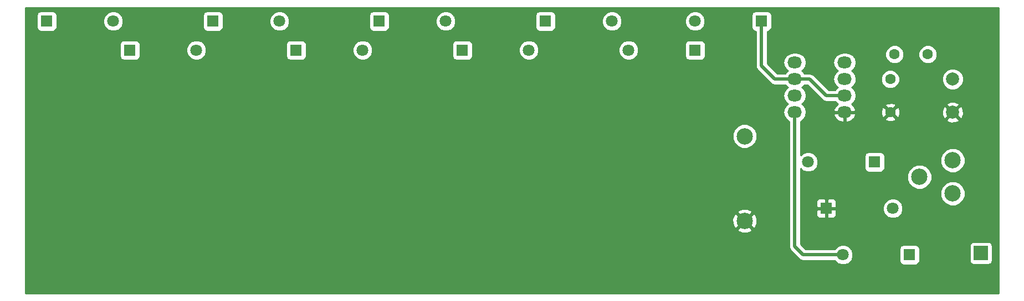
<source format=gbl>
G04 #@! TF.FileFunction,Copper,L2,Bot,Signal*
%FSLAX46Y46*%
G04 Gerber Fmt 4.6, Leading zero omitted, Abs format (unit mm)*
G04 Created by KiCad (PCBNEW 4.0.1-stable) date 2016/10/28 19:38:33*
%MOMM*%
G01*
G04 APERTURE LIST*
%ADD10C,0.100000*%
%ADD11C,2.500000*%
%ADD12O,2.200000X1.800000*%
%ADD13C,1.600000*%
%ADD14C,1.800000*%
%ADD15R,1.800000X1.800000*%
%ADD16C,2.000000*%
%ADD17R,2.200000X2.200000*%
%ADD18C,0.500000*%
%ADD19C,0.254000*%
G04 APERTURE END LIST*
D10*
D11*
X182755000Y-107630000D03*
X182755000Y-94630000D03*
D12*
X198030000Y-88430000D03*
X198030000Y-90970000D03*
X198030000Y-85890000D03*
X198030000Y-83350000D03*
X190410000Y-83350000D03*
X190410000Y-85890000D03*
X190410000Y-88430000D03*
X190410000Y-90970000D03*
D13*
X205015000Y-85890000D03*
X205015000Y-90970000D03*
X205650000Y-82080000D03*
X210730000Y-82080000D03*
D14*
X197776000Y-112814000D03*
D15*
X207936000Y-112814000D03*
D14*
X205396000Y-105702000D03*
D15*
X195236000Y-105702000D03*
D14*
X192442000Y-98590000D03*
D15*
X202602000Y-98590000D03*
D14*
X165010000Y-81445000D03*
D15*
X175170000Y-81445000D03*
D14*
X175170000Y-77000000D03*
D15*
X185330000Y-77000000D03*
D14*
X162470000Y-77000000D03*
D15*
X152310000Y-77000000D03*
D14*
X149770000Y-81445000D03*
D15*
X139610000Y-81445000D03*
D14*
X137070000Y-77000000D03*
D15*
X126910000Y-77000000D03*
D14*
X124370000Y-81445000D03*
D15*
X114210000Y-81445000D03*
D14*
X111670000Y-77000000D03*
D15*
X101510000Y-77000000D03*
D14*
X98970000Y-81445000D03*
D15*
X88810000Y-81445000D03*
D14*
X86270000Y-77000000D03*
D15*
X76110000Y-77000000D03*
D11*
X209460000Y-100876000D03*
X214540000Y-98336000D03*
X214540000Y-103416000D03*
D16*
X214540000Y-85890000D03*
X214540000Y-90970000D03*
D17*
X218858000Y-112560000D03*
D18*
X190410000Y-90970000D02*
X190410000Y-111544000D01*
X191680000Y-112814000D02*
X197776000Y-112814000D01*
X190410000Y-111544000D02*
X191680000Y-112814000D01*
X190410000Y-85890000D02*
X192696000Y-85890000D01*
X195236000Y-88430000D02*
X198030000Y-88430000D01*
X192696000Y-85890000D02*
X195236000Y-88430000D01*
X185330000Y-77000000D02*
X185330000Y-83858000D01*
X187362000Y-85890000D02*
X190410000Y-85890000D01*
X185330000Y-83858000D02*
X187362000Y-85890000D01*
D19*
G36*
X221573000Y-118673000D02*
X72827000Y-118673000D01*
X72827000Y-108963320D01*
X181601285Y-108963320D01*
X181730533Y-109256123D01*
X182430806Y-109524388D01*
X183180435Y-109504250D01*
X183779467Y-109256123D01*
X183908715Y-108963320D01*
X182755000Y-107809605D01*
X181601285Y-108963320D01*
X72827000Y-108963320D01*
X72827000Y-107305806D01*
X180860612Y-107305806D01*
X180880750Y-108055435D01*
X181128877Y-108654467D01*
X181421680Y-108783715D01*
X182575395Y-107630000D01*
X182934605Y-107630000D01*
X184088320Y-108783715D01*
X184381123Y-108654467D01*
X184649388Y-107954194D01*
X184629250Y-107204565D01*
X184381123Y-106605533D01*
X184088320Y-106476285D01*
X182934605Y-107630000D01*
X182575395Y-107630000D01*
X181421680Y-106476285D01*
X181128877Y-106605533D01*
X180860612Y-107305806D01*
X72827000Y-107305806D01*
X72827000Y-106296680D01*
X181601285Y-106296680D01*
X182755000Y-107450395D01*
X183908715Y-106296680D01*
X183779467Y-106003877D01*
X183079194Y-105735612D01*
X182329565Y-105755750D01*
X181730533Y-106003877D01*
X181601285Y-106296680D01*
X72827000Y-106296680D01*
X72827000Y-95003305D01*
X180869674Y-95003305D01*
X181156043Y-95696372D01*
X181685839Y-96227093D01*
X182378405Y-96514672D01*
X183128305Y-96515326D01*
X183821372Y-96228957D01*
X184352093Y-95699161D01*
X184639672Y-95006595D01*
X184640326Y-94256695D01*
X184353957Y-93563628D01*
X183824161Y-93032907D01*
X183131595Y-92745328D01*
X182381695Y-92744674D01*
X181688628Y-93031043D01*
X181157907Y-93560839D01*
X180870328Y-94253405D01*
X180869674Y-95003305D01*
X72827000Y-95003305D01*
X72827000Y-80545000D01*
X87262560Y-80545000D01*
X87262560Y-82345000D01*
X87306838Y-82580317D01*
X87445910Y-82796441D01*
X87658110Y-82941431D01*
X87910000Y-82992440D01*
X89710000Y-82992440D01*
X89945317Y-82948162D01*
X90161441Y-82809090D01*
X90306431Y-82596890D01*
X90357440Y-82345000D01*
X90357440Y-81748991D01*
X97434735Y-81748991D01*
X97667932Y-82313371D01*
X98099357Y-82745551D01*
X98663330Y-82979733D01*
X99273991Y-82980265D01*
X99838371Y-82747068D01*
X100270551Y-82315643D01*
X100504733Y-81751670D01*
X100505265Y-81141009D01*
X100272068Y-80576629D01*
X100240495Y-80545000D01*
X112662560Y-80545000D01*
X112662560Y-82345000D01*
X112706838Y-82580317D01*
X112845910Y-82796441D01*
X113058110Y-82941431D01*
X113310000Y-82992440D01*
X115110000Y-82992440D01*
X115345317Y-82948162D01*
X115561441Y-82809090D01*
X115706431Y-82596890D01*
X115757440Y-82345000D01*
X115757440Y-81748991D01*
X122834735Y-81748991D01*
X123067932Y-82313371D01*
X123499357Y-82745551D01*
X124063330Y-82979733D01*
X124673991Y-82980265D01*
X125238371Y-82747068D01*
X125670551Y-82315643D01*
X125904733Y-81751670D01*
X125905265Y-81141009D01*
X125672068Y-80576629D01*
X125640495Y-80545000D01*
X138062560Y-80545000D01*
X138062560Y-82345000D01*
X138106838Y-82580317D01*
X138245910Y-82796441D01*
X138458110Y-82941431D01*
X138710000Y-82992440D01*
X140510000Y-82992440D01*
X140745317Y-82948162D01*
X140961441Y-82809090D01*
X141106431Y-82596890D01*
X141157440Y-82345000D01*
X141157440Y-81748991D01*
X148234735Y-81748991D01*
X148467932Y-82313371D01*
X148899357Y-82745551D01*
X149463330Y-82979733D01*
X150073991Y-82980265D01*
X150638371Y-82747068D01*
X151070551Y-82315643D01*
X151304733Y-81751670D01*
X151304735Y-81748991D01*
X163474735Y-81748991D01*
X163707932Y-82313371D01*
X164139357Y-82745551D01*
X164703330Y-82979733D01*
X165313991Y-82980265D01*
X165878371Y-82747068D01*
X166310551Y-82315643D01*
X166544733Y-81751670D01*
X166545265Y-81141009D01*
X166312068Y-80576629D01*
X166280495Y-80545000D01*
X173622560Y-80545000D01*
X173622560Y-82345000D01*
X173666838Y-82580317D01*
X173805910Y-82796441D01*
X174018110Y-82941431D01*
X174270000Y-82992440D01*
X176070000Y-82992440D01*
X176305317Y-82948162D01*
X176521441Y-82809090D01*
X176666431Y-82596890D01*
X176717440Y-82345000D01*
X176717440Y-80545000D01*
X176673162Y-80309683D01*
X176534090Y-80093559D01*
X176321890Y-79948569D01*
X176070000Y-79897560D01*
X174270000Y-79897560D01*
X174034683Y-79941838D01*
X173818559Y-80080910D01*
X173673569Y-80293110D01*
X173622560Y-80545000D01*
X166280495Y-80545000D01*
X165880643Y-80144449D01*
X165316670Y-79910267D01*
X164706009Y-79909735D01*
X164141629Y-80142932D01*
X163709449Y-80574357D01*
X163475267Y-81138330D01*
X163474735Y-81748991D01*
X151304735Y-81748991D01*
X151305265Y-81141009D01*
X151072068Y-80576629D01*
X150640643Y-80144449D01*
X150076670Y-79910267D01*
X149466009Y-79909735D01*
X148901629Y-80142932D01*
X148469449Y-80574357D01*
X148235267Y-81138330D01*
X148234735Y-81748991D01*
X141157440Y-81748991D01*
X141157440Y-80545000D01*
X141113162Y-80309683D01*
X140974090Y-80093559D01*
X140761890Y-79948569D01*
X140510000Y-79897560D01*
X138710000Y-79897560D01*
X138474683Y-79941838D01*
X138258559Y-80080910D01*
X138113569Y-80293110D01*
X138062560Y-80545000D01*
X125640495Y-80545000D01*
X125240643Y-80144449D01*
X124676670Y-79910267D01*
X124066009Y-79909735D01*
X123501629Y-80142932D01*
X123069449Y-80574357D01*
X122835267Y-81138330D01*
X122834735Y-81748991D01*
X115757440Y-81748991D01*
X115757440Y-80545000D01*
X115713162Y-80309683D01*
X115574090Y-80093559D01*
X115361890Y-79948569D01*
X115110000Y-79897560D01*
X113310000Y-79897560D01*
X113074683Y-79941838D01*
X112858559Y-80080910D01*
X112713569Y-80293110D01*
X112662560Y-80545000D01*
X100240495Y-80545000D01*
X99840643Y-80144449D01*
X99276670Y-79910267D01*
X98666009Y-79909735D01*
X98101629Y-80142932D01*
X97669449Y-80574357D01*
X97435267Y-81138330D01*
X97434735Y-81748991D01*
X90357440Y-81748991D01*
X90357440Y-80545000D01*
X90313162Y-80309683D01*
X90174090Y-80093559D01*
X89961890Y-79948569D01*
X89710000Y-79897560D01*
X87910000Y-79897560D01*
X87674683Y-79941838D01*
X87458559Y-80080910D01*
X87313569Y-80293110D01*
X87262560Y-80545000D01*
X72827000Y-80545000D01*
X72827000Y-76100000D01*
X74562560Y-76100000D01*
X74562560Y-77900000D01*
X74606838Y-78135317D01*
X74745910Y-78351441D01*
X74958110Y-78496431D01*
X75210000Y-78547440D01*
X77010000Y-78547440D01*
X77245317Y-78503162D01*
X77461441Y-78364090D01*
X77606431Y-78151890D01*
X77657440Y-77900000D01*
X77657440Y-77303991D01*
X84734735Y-77303991D01*
X84967932Y-77868371D01*
X85399357Y-78300551D01*
X85963330Y-78534733D01*
X86573991Y-78535265D01*
X87138371Y-78302068D01*
X87570551Y-77870643D01*
X87804733Y-77306670D01*
X87805265Y-76696009D01*
X87572068Y-76131629D01*
X87540495Y-76100000D01*
X99962560Y-76100000D01*
X99962560Y-77900000D01*
X100006838Y-78135317D01*
X100145910Y-78351441D01*
X100358110Y-78496431D01*
X100610000Y-78547440D01*
X102410000Y-78547440D01*
X102645317Y-78503162D01*
X102861441Y-78364090D01*
X103006431Y-78151890D01*
X103057440Y-77900000D01*
X103057440Y-77303991D01*
X110134735Y-77303991D01*
X110367932Y-77868371D01*
X110799357Y-78300551D01*
X111363330Y-78534733D01*
X111973991Y-78535265D01*
X112538371Y-78302068D01*
X112970551Y-77870643D01*
X113204733Y-77306670D01*
X113205265Y-76696009D01*
X112972068Y-76131629D01*
X112940495Y-76100000D01*
X125362560Y-76100000D01*
X125362560Y-77900000D01*
X125406838Y-78135317D01*
X125545910Y-78351441D01*
X125758110Y-78496431D01*
X126010000Y-78547440D01*
X127810000Y-78547440D01*
X128045317Y-78503162D01*
X128261441Y-78364090D01*
X128406431Y-78151890D01*
X128457440Y-77900000D01*
X128457440Y-77303991D01*
X135534735Y-77303991D01*
X135767932Y-77868371D01*
X136199357Y-78300551D01*
X136763330Y-78534733D01*
X137373991Y-78535265D01*
X137938371Y-78302068D01*
X138370551Y-77870643D01*
X138604733Y-77306670D01*
X138605265Y-76696009D01*
X138372068Y-76131629D01*
X138340495Y-76100000D01*
X150762560Y-76100000D01*
X150762560Y-77900000D01*
X150806838Y-78135317D01*
X150945910Y-78351441D01*
X151158110Y-78496431D01*
X151410000Y-78547440D01*
X153210000Y-78547440D01*
X153445317Y-78503162D01*
X153661441Y-78364090D01*
X153806431Y-78151890D01*
X153857440Y-77900000D01*
X153857440Y-77303991D01*
X160934735Y-77303991D01*
X161167932Y-77868371D01*
X161599357Y-78300551D01*
X162163330Y-78534733D01*
X162773991Y-78535265D01*
X163338371Y-78302068D01*
X163770551Y-77870643D01*
X164004733Y-77306670D01*
X164004735Y-77303991D01*
X173634735Y-77303991D01*
X173867932Y-77868371D01*
X174299357Y-78300551D01*
X174863330Y-78534733D01*
X175473991Y-78535265D01*
X176038371Y-78302068D01*
X176470551Y-77870643D01*
X176704733Y-77306670D01*
X176705265Y-76696009D01*
X176472068Y-76131629D01*
X176440495Y-76100000D01*
X183782560Y-76100000D01*
X183782560Y-77900000D01*
X183826838Y-78135317D01*
X183965910Y-78351441D01*
X184178110Y-78496431D01*
X184430000Y-78547440D01*
X184445000Y-78547440D01*
X184445000Y-83857995D01*
X184444999Y-83858000D01*
X184501190Y-84140484D01*
X184512367Y-84196675D01*
X184618156Y-84355000D01*
X184704210Y-84483790D01*
X186736208Y-86515787D01*
X186736210Y-86515790D01*
X187023325Y-86707633D01*
X187079516Y-86718810D01*
X187362000Y-86775001D01*
X187362005Y-86775000D01*
X188956691Y-86775000D01*
X189090600Y-86975409D01*
X189366860Y-87160000D01*
X189090600Y-87344591D01*
X188757854Y-87842581D01*
X188641009Y-88430000D01*
X188757854Y-89017419D01*
X189090600Y-89515409D01*
X189366860Y-89700000D01*
X189090600Y-89884591D01*
X188757854Y-90382581D01*
X188641009Y-90970000D01*
X188757854Y-91557419D01*
X189090600Y-92055409D01*
X189525000Y-92345666D01*
X189525000Y-111543995D01*
X189524999Y-111544000D01*
X189551790Y-111678683D01*
X189592367Y-111882675D01*
X189784210Y-112169790D01*
X191054208Y-113439787D01*
X191054210Y-113439790D01*
X191341325Y-113631633D01*
X191680000Y-113699001D01*
X191680005Y-113699000D01*
X196490532Y-113699000D01*
X196905357Y-114114551D01*
X197469330Y-114348733D01*
X198079991Y-114349265D01*
X198644371Y-114116068D01*
X199076551Y-113684643D01*
X199310733Y-113120670D01*
X199311265Y-112510009D01*
X199078068Y-111945629D01*
X199046495Y-111914000D01*
X206388560Y-111914000D01*
X206388560Y-113714000D01*
X206432838Y-113949317D01*
X206571910Y-114165441D01*
X206784110Y-114310431D01*
X207036000Y-114361440D01*
X208836000Y-114361440D01*
X209071317Y-114317162D01*
X209287441Y-114178090D01*
X209432431Y-113965890D01*
X209483440Y-113714000D01*
X209483440Y-111914000D01*
X209439162Y-111678683D01*
X209300090Y-111462559D01*
X209296345Y-111460000D01*
X217110560Y-111460000D01*
X217110560Y-113660000D01*
X217154838Y-113895317D01*
X217293910Y-114111441D01*
X217506110Y-114256431D01*
X217758000Y-114307440D01*
X219958000Y-114307440D01*
X220193317Y-114263162D01*
X220409441Y-114124090D01*
X220554431Y-113911890D01*
X220605440Y-113660000D01*
X220605440Y-111460000D01*
X220561162Y-111224683D01*
X220422090Y-111008559D01*
X220209890Y-110863569D01*
X219958000Y-110812560D01*
X217758000Y-110812560D01*
X217522683Y-110856838D01*
X217306559Y-110995910D01*
X217161569Y-111208110D01*
X217110560Y-111460000D01*
X209296345Y-111460000D01*
X209087890Y-111317569D01*
X208836000Y-111266560D01*
X207036000Y-111266560D01*
X206800683Y-111310838D01*
X206584559Y-111449910D01*
X206439569Y-111662110D01*
X206388560Y-111914000D01*
X199046495Y-111914000D01*
X198646643Y-111513449D01*
X198082670Y-111279267D01*
X197472009Y-111278735D01*
X196907629Y-111511932D01*
X196489831Y-111929000D01*
X192046579Y-111929000D01*
X191295000Y-111177420D01*
X191295000Y-105987750D01*
X193701000Y-105987750D01*
X193701000Y-106728310D01*
X193797673Y-106961699D01*
X193976302Y-107140327D01*
X194209691Y-107237000D01*
X194950250Y-107237000D01*
X195109000Y-107078250D01*
X195109000Y-105829000D01*
X195363000Y-105829000D01*
X195363000Y-107078250D01*
X195521750Y-107237000D01*
X196262309Y-107237000D01*
X196495698Y-107140327D01*
X196674327Y-106961699D01*
X196771000Y-106728310D01*
X196771000Y-106005991D01*
X203860735Y-106005991D01*
X204093932Y-106570371D01*
X204525357Y-107002551D01*
X205089330Y-107236733D01*
X205699991Y-107237265D01*
X206264371Y-107004068D01*
X206696551Y-106572643D01*
X206930733Y-106008670D01*
X206931265Y-105398009D01*
X206698068Y-104833629D01*
X206266643Y-104401449D01*
X205702670Y-104167267D01*
X205092009Y-104166735D01*
X204527629Y-104399932D01*
X204095449Y-104831357D01*
X203861267Y-105395330D01*
X203860735Y-106005991D01*
X196771000Y-106005991D01*
X196771000Y-105987750D01*
X196612250Y-105829000D01*
X195363000Y-105829000D01*
X195109000Y-105829000D01*
X193859750Y-105829000D01*
X193701000Y-105987750D01*
X191295000Y-105987750D01*
X191295000Y-104675690D01*
X193701000Y-104675690D01*
X193701000Y-105416250D01*
X193859750Y-105575000D01*
X195109000Y-105575000D01*
X195109000Y-104325750D01*
X195363000Y-104325750D01*
X195363000Y-105575000D01*
X196612250Y-105575000D01*
X196771000Y-105416250D01*
X196771000Y-104675690D01*
X196674327Y-104442301D01*
X196495698Y-104263673D01*
X196262309Y-104167000D01*
X195521750Y-104167000D01*
X195363000Y-104325750D01*
X195109000Y-104325750D01*
X194950250Y-104167000D01*
X194209691Y-104167000D01*
X193976302Y-104263673D01*
X193797673Y-104442301D01*
X193701000Y-104675690D01*
X191295000Y-104675690D01*
X191295000Y-103789305D01*
X212654674Y-103789305D01*
X212941043Y-104482372D01*
X213470839Y-105013093D01*
X214163405Y-105300672D01*
X214913305Y-105301326D01*
X215606372Y-105014957D01*
X216137093Y-104485161D01*
X216424672Y-103792595D01*
X216425326Y-103042695D01*
X216138957Y-102349628D01*
X215609161Y-101818907D01*
X214916595Y-101531328D01*
X214166695Y-101530674D01*
X213473628Y-101817043D01*
X212942907Y-102346839D01*
X212655328Y-103039405D01*
X212654674Y-103789305D01*
X191295000Y-103789305D01*
X191295000Y-101249305D01*
X207574674Y-101249305D01*
X207861043Y-101942372D01*
X208390839Y-102473093D01*
X209083405Y-102760672D01*
X209833305Y-102761326D01*
X210526372Y-102474957D01*
X211057093Y-101945161D01*
X211344672Y-101252595D01*
X211345326Y-100502695D01*
X211058957Y-99809628D01*
X210529161Y-99278907D01*
X209836595Y-98991328D01*
X209086695Y-98990674D01*
X208393628Y-99277043D01*
X207862907Y-99806839D01*
X207575328Y-100499405D01*
X207574674Y-101249305D01*
X191295000Y-101249305D01*
X191295000Y-99613710D01*
X191571357Y-99890551D01*
X192135330Y-100124733D01*
X192745991Y-100125265D01*
X193310371Y-99892068D01*
X193742551Y-99460643D01*
X193976733Y-98896670D01*
X193977265Y-98286009D01*
X193744068Y-97721629D01*
X193712495Y-97690000D01*
X201054560Y-97690000D01*
X201054560Y-99490000D01*
X201098838Y-99725317D01*
X201237910Y-99941441D01*
X201450110Y-100086431D01*
X201702000Y-100137440D01*
X203502000Y-100137440D01*
X203737317Y-100093162D01*
X203953441Y-99954090D01*
X204098431Y-99741890D01*
X204149440Y-99490000D01*
X204149440Y-98709305D01*
X212654674Y-98709305D01*
X212941043Y-99402372D01*
X213470839Y-99933093D01*
X214163405Y-100220672D01*
X214913305Y-100221326D01*
X215606372Y-99934957D01*
X216137093Y-99405161D01*
X216424672Y-98712595D01*
X216425326Y-97962695D01*
X216138957Y-97269628D01*
X215609161Y-96738907D01*
X214916595Y-96451328D01*
X214166695Y-96450674D01*
X213473628Y-96737043D01*
X212942907Y-97266839D01*
X212655328Y-97959405D01*
X212654674Y-98709305D01*
X204149440Y-98709305D01*
X204149440Y-97690000D01*
X204105162Y-97454683D01*
X203966090Y-97238559D01*
X203753890Y-97093569D01*
X203502000Y-97042560D01*
X201702000Y-97042560D01*
X201466683Y-97086838D01*
X201250559Y-97225910D01*
X201105569Y-97438110D01*
X201054560Y-97690000D01*
X193712495Y-97690000D01*
X193312643Y-97289449D01*
X192748670Y-97055267D01*
X192138009Y-97054735D01*
X191573629Y-97287932D01*
X191295000Y-97566074D01*
X191295000Y-92345666D01*
X191729400Y-92055409D01*
X192062146Y-91557419D01*
X192106439Y-91334740D01*
X196338964Y-91334740D01*
X196351525Y-91400025D01*
X196628631Y-91933079D01*
X197088634Y-92319513D01*
X197661503Y-92500496D01*
X197903000Y-92349262D01*
X197903000Y-91097000D01*
X198157000Y-91097000D01*
X198157000Y-92349262D01*
X198398497Y-92500496D01*
X198971366Y-92319513D01*
X199378199Y-91977745D01*
X204186861Y-91977745D01*
X204260995Y-92223864D01*
X204798223Y-92416965D01*
X205368454Y-92389778D01*
X205769005Y-92223864D01*
X205799527Y-92122532D01*
X213567073Y-92122532D01*
X213665736Y-92389387D01*
X214275461Y-92615908D01*
X214925460Y-92591856D01*
X215414264Y-92389387D01*
X215512927Y-92122532D01*
X214540000Y-91149605D01*
X213567073Y-92122532D01*
X205799527Y-92122532D01*
X205843139Y-91977745D01*
X205015000Y-91149605D01*
X204186861Y-91977745D01*
X199378199Y-91977745D01*
X199431369Y-91933079D01*
X199708475Y-91400025D01*
X199721036Y-91334740D01*
X199600378Y-91097000D01*
X198157000Y-91097000D01*
X197903000Y-91097000D01*
X196459622Y-91097000D01*
X196338964Y-91334740D01*
X192106439Y-91334740D01*
X192178991Y-90970000D01*
X192062146Y-90382581D01*
X191729400Y-89884591D01*
X191453140Y-89700000D01*
X191729400Y-89515409D01*
X192062146Y-89017419D01*
X192178991Y-88430000D01*
X192062146Y-87842581D01*
X191729400Y-87344591D01*
X191453140Y-87160000D01*
X191729400Y-86975409D01*
X191863309Y-86775000D01*
X192329420Y-86775000D01*
X194610208Y-89055787D01*
X194610210Y-89055790D01*
X194897325Y-89247633D01*
X195236000Y-89315000D01*
X196576691Y-89315000D01*
X196710600Y-89515409D01*
X196990828Y-89702651D01*
X196628631Y-90006921D01*
X196351525Y-90539975D01*
X196338964Y-90605260D01*
X196459622Y-90843000D01*
X197903000Y-90843000D01*
X197903000Y-90823000D01*
X198157000Y-90823000D01*
X198157000Y-90843000D01*
X199600378Y-90843000D01*
X199645941Y-90753223D01*
X203568035Y-90753223D01*
X203595222Y-91323454D01*
X203761136Y-91724005D01*
X204007255Y-91798139D01*
X204835395Y-90970000D01*
X205194605Y-90970000D01*
X206022745Y-91798139D01*
X206268864Y-91724005D01*
X206461965Y-91186777D01*
X206439018Y-90705461D01*
X212894092Y-90705461D01*
X212918144Y-91355460D01*
X213120613Y-91844264D01*
X213387468Y-91942927D01*
X214360395Y-90970000D01*
X214719605Y-90970000D01*
X215692532Y-91942927D01*
X215959387Y-91844264D01*
X216185908Y-91234539D01*
X216161856Y-90584540D01*
X215959387Y-90095736D01*
X215692532Y-89997073D01*
X214719605Y-90970000D01*
X214360395Y-90970000D01*
X213387468Y-89997073D01*
X213120613Y-90095736D01*
X212894092Y-90705461D01*
X206439018Y-90705461D01*
X206434778Y-90616546D01*
X206268864Y-90215995D01*
X206022745Y-90141861D01*
X205194605Y-90970000D01*
X204835395Y-90970000D01*
X204007255Y-90141861D01*
X203761136Y-90215995D01*
X203568035Y-90753223D01*
X199645941Y-90753223D01*
X199721036Y-90605260D01*
X199708475Y-90539975D01*
X199431369Y-90006921D01*
X199378200Y-89962255D01*
X204186861Y-89962255D01*
X205015000Y-90790395D01*
X205843139Y-89962255D01*
X205799528Y-89817468D01*
X213567073Y-89817468D01*
X214540000Y-90790395D01*
X215512927Y-89817468D01*
X215414264Y-89550613D01*
X214804539Y-89324092D01*
X214154540Y-89348144D01*
X213665736Y-89550613D01*
X213567073Y-89817468D01*
X205799528Y-89817468D01*
X205769005Y-89716136D01*
X205231777Y-89523035D01*
X204661546Y-89550222D01*
X204260995Y-89716136D01*
X204186861Y-89962255D01*
X199378200Y-89962255D01*
X199069172Y-89702651D01*
X199349400Y-89515409D01*
X199682146Y-89017419D01*
X199798991Y-88430000D01*
X199682146Y-87842581D01*
X199349400Y-87344591D01*
X199073140Y-87160000D01*
X199349400Y-86975409D01*
X199682146Y-86477419D01*
X199742462Y-86174187D01*
X203579752Y-86174187D01*
X203797757Y-86701800D01*
X204201077Y-87105824D01*
X204728309Y-87324750D01*
X205299187Y-87325248D01*
X205826800Y-87107243D01*
X206230824Y-86703923D01*
X206434343Y-86213795D01*
X212904716Y-86213795D01*
X213153106Y-86814943D01*
X213612637Y-87275278D01*
X214213352Y-87524716D01*
X214863795Y-87525284D01*
X215464943Y-87276894D01*
X215925278Y-86817363D01*
X216174716Y-86216648D01*
X216175284Y-85566205D01*
X215926894Y-84965057D01*
X215467363Y-84504722D01*
X214866648Y-84255284D01*
X214216205Y-84254716D01*
X213615057Y-84503106D01*
X213154722Y-84962637D01*
X212905284Y-85563352D01*
X212904716Y-86213795D01*
X206434343Y-86213795D01*
X206449750Y-86176691D01*
X206450248Y-85605813D01*
X206232243Y-85078200D01*
X205828923Y-84674176D01*
X205301691Y-84455250D01*
X204730813Y-84454752D01*
X204203200Y-84672757D01*
X203799176Y-85076077D01*
X203580250Y-85603309D01*
X203579752Y-86174187D01*
X199742462Y-86174187D01*
X199798991Y-85890000D01*
X199682146Y-85302581D01*
X199349400Y-84804591D01*
X199073140Y-84620000D01*
X199349400Y-84435409D01*
X199682146Y-83937419D01*
X199798991Y-83350000D01*
X199682146Y-82762581D01*
X199415948Y-82364187D01*
X204214752Y-82364187D01*
X204432757Y-82891800D01*
X204836077Y-83295824D01*
X205363309Y-83514750D01*
X205934187Y-83515248D01*
X206461800Y-83297243D01*
X206865824Y-82893923D01*
X207084750Y-82366691D01*
X207084752Y-82364187D01*
X209294752Y-82364187D01*
X209512757Y-82891800D01*
X209916077Y-83295824D01*
X210443309Y-83514750D01*
X211014187Y-83515248D01*
X211541800Y-83297243D01*
X211945824Y-82893923D01*
X212164750Y-82366691D01*
X212165248Y-81795813D01*
X211947243Y-81268200D01*
X211543923Y-80864176D01*
X211016691Y-80645250D01*
X210445813Y-80644752D01*
X209918200Y-80862757D01*
X209514176Y-81266077D01*
X209295250Y-81793309D01*
X209294752Y-82364187D01*
X207084752Y-82364187D01*
X207085248Y-81795813D01*
X206867243Y-81268200D01*
X206463923Y-80864176D01*
X205936691Y-80645250D01*
X205365813Y-80644752D01*
X204838200Y-80862757D01*
X204434176Y-81266077D01*
X204215250Y-81793309D01*
X204214752Y-82364187D01*
X199415948Y-82364187D01*
X199349400Y-82264591D01*
X198851410Y-81931845D01*
X198263991Y-81815000D01*
X197796009Y-81815000D01*
X197208590Y-81931845D01*
X196710600Y-82264591D01*
X196377854Y-82762581D01*
X196261009Y-83350000D01*
X196377854Y-83937419D01*
X196710600Y-84435409D01*
X196986860Y-84620000D01*
X196710600Y-84804591D01*
X196377854Y-85302581D01*
X196261009Y-85890000D01*
X196377854Y-86477419D01*
X196710600Y-86975409D01*
X196986860Y-87160000D01*
X196710600Y-87344591D01*
X196576691Y-87545000D01*
X195602579Y-87545000D01*
X193321790Y-85264210D01*
X193034675Y-85072367D01*
X192978484Y-85061190D01*
X192696000Y-85004999D01*
X192695995Y-85005000D01*
X191863309Y-85005000D01*
X191729400Y-84804591D01*
X191453140Y-84620000D01*
X191729400Y-84435409D01*
X192062146Y-83937419D01*
X192178991Y-83350000D01*
X192062146Y-82762581D01*
X191729400Y-82264591D01*
X191231410Y-81931845D01*
X190643991Y-81815000D01*
X190176009Y-81815000D01*
X189588590Y-81931845D01*
X189090600Y-82264591D01*
X188757854Y-82762581D01*
X188641009Y-83350000D01*
X188757854Y-83937419D01*
X189090600Y-84435409D01*
X189366860Y-84620000D01*
X189090600Y-84804591D01*
X188956691Y-85005000D01*
X187728579Y-85005000D01*
X186215000Y-83491420D01*
X186215000Y-78547440D01*
X186230000Y-78547440D01*
X186465317Y-78503162D01*
X186681441Y-78364090D01*
X186826431Y-78151890D01*
X186877440Y-77900000D01*
X186877440Y-76100000D01*
X186833162Y-75864683D01*
X186694090Y-75648559D01*
X186481890Y-75503569D01*
X186230000Y-75452560D01*
X184430000Y-75452560D01*
X184194683Y-75496838D01*
X183978559Y-75635910D01*
X183833569Y-75848110D01*
X183782560Y-76100000D01*
X176440495Y-76100000D01*
X176040643Y-75699449D01*
X175476670Y-75465267D01*
X174866009Y-75464735D01*
X174301629Y-75697932D01*
X173869449Y-76129357D01*
X173635267Y-76693330D01*
X173634735Y-77303991D01*
X164004735Y-77303991D01*
X164005265Y-76696009D01*
X163772068Y-76131629D01*
X163340643Y-75699449D01*
X162776670Y-75465267D01*
X162166009Y-75464735D01*
X161601629Y-75697932D01*
X161169449Y-76129357D01*
X160935267Y-76693330D01*
X160934735Y-77303991D01*
X153857440Y-77303991D01*
X153857440Y-76100000D01*
X153813162Y-75864683D01*
X153674090Y-75648559D01*
X153461890Y-75503569D01*
X153210000Y-75452560D01*
X151410000Y-75452560D01*
X151174683Y-75496838D01*
X150958559Y-75635910D01*
X150813569Y-75848110D01*
X150762560Y-76100000D01*
X138340495Y-76100000D01*
X137940643Y-75699449D01*
X137376670Y-75465267D01*
X136766009Y-75464735D01*
X136201629Y-75697932D01*
X135769449Y-76129357D01*
X135535267Y-76693330D01*
X135534735Y-77303991D01*
X128457440Y-77303991D01*
X128457440Y-76100000D01*
X128413162Y-75864683D01*
X128274090Y-75648559D01*
X128061890Y-75503569D01*
X127810000Y-75452560D01*
X126010000Y-75452560D01*
X125774683Y-75496838D01*
X125558559Y-75635910D01*
X125413569Y-75848110D01*
X125362560Y-76100000D01*
X112940495Y-76100000D01*
X112540643Y-75699449D01*
X111976670Y-75465267D01*
X111366009Y-75464735D01*
X110801629Y-75697932D01*
X110369449Y-76129357D01*
X110135267Y-76693330D01*
X110134735Y-77303991D01*
X103057440Y-77303991D01*
X103057440Y-76100000D01*
X103013162Y-75864683D01*
X102874090Y-75648559D01*
X102661890Y-75503569D01*
X102410000Y-75452560D01*
X100610000Y-75452560D01*
X100374683Y-75496838D01*
X100158559Y-75635910D01*
X100013569Y-75848110D01*
X99962560Y-76100000D01*
X87540495Y-76100000D01*
X87140643Y-75699449D01*
X86576670Y-75465267D01*
X85966009Y-75464735D01*
X85401629Y-75697932D01*
X84969449Y-76129357D01*
X84735267Y-76693330D01*
X84734735Y-77303991D01*
X77657440Y-77303991D01*
X77657440Y-76100000D01*
X77613162Y-75864683D01*
X77474090Y-75648559D01*
X77261890Y-75503569D01*
X77010000Y-75452560D01*
X75210000Y-75452560D01*
X74974683Y-75496838D01*
X74758559Y-75635910D01*
X74613569Y-75848110D01*
X74562560Y-76100000D01*
X72827000Y-76100000D01*
X72827000Y-74927000D01*
X221573000Y-74927000D01*
X221573000Y-118673000D01*
X221573000Y-118673000D01*
G37*
X221573000Y-118673000D02*
X72827000Y-118673000D01*
X72827000Y-108963320D01*
X181601285Y-108963320D01*
X181730533Y-109256123D01*
X182430806Y-109524388D01*
X183180435Y-109504250D01*
X183779467Y-109256123D01*
X183908715Y-108963320D01*
X182755000Y-107809605D01*
X181601285Y-108963320D01*
X72827000Y-108963320D01*
X72827000Y-107305806D01*
X180860612Y-107305806D01*
X180880750Y-108055435D01*
X181128877Y-108654467D01*
X181421680Y-108783715D01*
X182575395Y-107630000D01*
X182934605Y-107630000D01*
X184088320Y-108783715D01*
X184381123Y-108654467D01*
X184649388Y-107954194D01*
X184629250Y-107204565D01*
X184381123Y-106605533D01*
X184088320Y-106476285D01*
X182934605Y-107630000D01*
X182575395Y-107630000D01*
X181421680Y-106476285D01*
X181128877Y-106605533D01*
X180860612Y-107305806D01*
X72827000Y-107305806D01*
X72827000Y-106296680D01*
X181601285Y-106296680D01*
X182755000Y-107450395D01*
X183908715Y-106296680D01*
X183779467Y-106003877D01*
X183079194Y-105735612D01*
X182329565Y-105755750D01*
X181730533Y-106003877D01*
X181601285Y-106296680D01*
X72827000Y-106296680D01*
X72827000Y-95003305D01*
X180869674Y-95003305D01*
X181156043Y-95696372D01*
X181685839Y-96227093D01*
X182378405Y-96514672D01*
X183128305Y-96515326D01*
X183821372Y-96228957D01*
X184352093Y-95699161D01*
X184639672Y-95006595D01*
X184640326Y-94256695D01*
X184353957Y-93563628D01*
X183824161Y-93032907D01*
X183131595Y-92745328D01*
X182381695Y-92744674D01*
X181688628Y-93031043D01*
X181157907Y-93560839D01*
X180870328Y-94253405D01*
X180869674Y-95003305D01*
X72827000Y-95003305D01*
X72827000Y-80545000D01*
X87262560Y-80545000D01*
X87262560Y-82345000D01*
X87306838Y-82580317D01*
X87445910Y-82796441D01*
X87658110Y-82941431D01*
X87910000Y-82992440D01*
X89710000Y-82992440D01*
X89945317Y-82948162D01*
X90161441Y-82809090D01*
X90306431Y-82596890D01*
X90357440Y-82345000D01*
X90357440Y-81748991D01*
X97434735Y-81748991D01*
X97667932Y-82313371D01*
X98099357Y-82745551D01*
X98663330Y-82979733D01*
X99273991Y-82980265D01*
X99838371Y-82747068D01*
X100270551Y-82315643D01*
X100504733Y-81751670D01*
X100505265Y-81141009D01*
X100272068Y-80576629D01*
X100240495Y-80545000D01*
X112662560Y-80545000D01*
X112662560Y-82345000D01*
X112706838Y-82580317D01*
X112845910Y-82796441D01*
X113058110Y-82941431D01*
X113310000Y-82992440D01*
X115110000Y-82992440D01*
X115345317Y-82948162D01*
X115561441Y-82809090D01*
X115706431Y-82596890D01*
X115757440Y-82345000D01*
X115757440Y-81748991D01*
X122834735Y-81748991D01*
X123067932Y-82313371D01*
X123499357Y-82745551D01*
X124063330Y-82979733D01*
X124673991Y-82980265D01*
X125238371Y-82747068D01*
X125670551Y-82315643D01*
X125904733Y-81751670D01*
X125905265Y-81141009D01*
X125672068Y-80576629D01*
X125640495Y-80545000D01*
X138062560Y-80545000D01*
X138062560Y-82345000D01*
X138106838Y-82580317D01*
X138245910Y-82796441D01*
X138458110Y-82941431D01*
X138710000Y-82992440D01*
X140510000Y-82992440D01*
X140745317Y-82948162D01*
X140961441Y-82809090D01*
X141106431Y-82596890D01*
X141157440Y-82345000D01*
X141157440Y-81748991D01*
X148234735Y-81748991D01*
X148467932Y-82313371D01*
X148899357Y-82745551D01*
X149463330Y-82979733D01*
X150073991Y-82980265D01*
X150638371Y-82747068D01*
X151070551Y-82315643D01*
X151304733Y-81751670D01*
X151304735Y-81748991D01*
X163474735Y-81748991D01*
X163707932Y-82313371D01*
X164139357Y-82745551D01*
X164703330Y-82979733D01*
X165313991Y-82980265D01*
X165878371Y-82747068D01*
X166310551Y-82315643D01*
X166544733Y-81751670D01*
X166545265Y-81141009D01*
X166312068Y-80576629D01*
X166280495Y-80545000D01*
X173622560Y-80545000D01*
X173622560Y-82345000D01*
X173666838Y-82580317D01*
X173805910Y-82796441D01*
X174018110Y-82941431D01*
X174270000Y-82992440D01*
X176070000Y-82992440D01*
X176305317Y-82948162D01*
X176521441Y-82809090D01*
X176666431Y-82596890D01*
X176717440Y-82345000D01*
X176717440Y-80545000D01*
X176673162Y-80309683D01*
X176534090Y-80093559D01*
X176321890Y-79948569D01*
X176070000Y-79897560D01*
X174270000Y-79897560D01*
X174034683Y-79941838D01*
X173818559Y-80080910D01*
X173673569Y-80293110D01*
X173622560Y-80545000D01*
X166280495Y-80545000D01*
X165880643Y-80144449D01*
X165316670Y-79910267D01*
X164706009Y-79909735D01*
X164141629Y-80142932D01*
X163709449Y-80574357D01*
X163475267Y-81138330D01*
X163474735Y-81748991D01*
X151304735Y-81748991D01*
X151305265Y-81141009D01*
X151072068Y-80576629D01*
X150640643Y-80144449D01*
X150076670Y-79910267D01*
X149466009Y-79909735D01*
X148901629Y-80142932D01*
X148469449Y-80574357D01*
X148235267Y-81138330D01*
X148234735Y-81748991D01*
X141157440Y-81748991D01*
X141157440Y-80545000D01*
X141113162Y-80309683D01*
X140974090Y-80093559D01*
X140761890Y-79948569D01*
X140510000Y-79897560D01*
X138710000Y-79897560D01*
X138474683Y-79941838D01*
X138258559Y-80080910D01*
X138113569Y-80293110D01*
X138062560Y-80545000D01*
X125640495Y-80545000D01*
X125240643Y-80144449D01*
X124676670Y-79910267D01*
X124066009Y-79909735D01*
X123501629Y-80142932D01*
X123069449Y-80574357D01*
X122835267Y-81138330D01*
X122834735Y-81748991D01*
X115757440Y-81748991D01*
X115757440Y-80545000D01*
X115713162Y-80309683D01*
X115574090Y-80093559D01*
X115361890Y-79948569D01*
X115110000Y-79897560D01*
X113310000Y-79897560D01*
X113074683Y-79941838D01*
X112858559Y-80080910D01*
X112713569Y-80293110D01*
X112662560Y-80545000D01*
X100240495Y-80545000D01*
X99840643Y-80144449D01*
X99276670Y-79910267D01*
X98666009Y-79909735D01*
X98101629Y-80142932D01*
X97669449Y-80574357D01*
X97435267Y-81138330D01*
X97434735Y-81748991D01*
X90357440Y-81748991D01*
X90357440Y-80545000D01*
X90313162Y-80309683D01*
X90174090Y-80093559D01*
X89961890Y-79948569D01*
X89710000Y-79897560D01*
X87910000Y-79897560D01*
X87674683Y-79941838D01*
X87458559Y-80080910D01*
X87313569Y-80293110D01*
X87262560Y-80545000D01*
X72827000Y-80545000D01*
X72827000Y-76100000D01*
X74562560Y-76100000D01*
X74562560Y-77900000D01*
X74606838Y-78135317D01*
X74745910Y-78351441D01*
X74958110Y-78496431D01*
X75210000Y-78547440D01*
X77010000Y-78547440D01*
X77245317Y-78503162D01*
X77461441Y-78364090D01*
X77606431Y-78151890D01*
X77657440Y-77900000D01*
X77657440Y-77303991D01*
X84734735Y-77303991D01*
X84967932Y-77868371D01*
X85399357Y-78300551D01*
X85963330Y-78534733D01*
X86573991Y-78535265D01*
X87138371Y-78302068D01*
X87570551Y-77870643D01*
X87804733Y-77306670D01*
X87805265Y-76696009D01*
X87572068Y-76131629D01*
X87540495Y-76100000D01*
X99962560Y-76100000D01*
X99962560Y-77900000D01*
X100006838Y-78135317D01*
X100145910Y-78351441D01*
X100358110Y-78496431D01*
X100610000Y-78547440D01*
X102410000Y-78547440D01*
X102645317Y-78503162D01*
X102861441Y-78364090D01*
X103006431Y-78151890D01*
X103057440Y-77900000D01*
X103057440Y-77303991D01*
X110134735Y-77303991D01*
X110367932Y-77868371D01*
X110799357Y-78300551D01*
X111363330Y-78534733D01*
X111973991Y-78535265D01*
X112538371Y-78302068D01*
X112970551Y-77870643D01*
X113204733Y-77306670D01*
X113205265Y-76696009D01*
X112972068Y-76131629D01*
X112940495Y-76100000D01*
X125362560Y-76100000D01*
X125362560Y-77900000D01*
X125406838Y-78135317D01*
X125545910Y-78351441D01*
X125758110Y-78496431D01*
X126010000Y-78547440D01*
X127810000Y-78547440D01*
X128045317Y-78503162D01*
X128261441Y-78364090D01*
X128406431Y-78151890D01*
X128457440Y-77900000D01*
X128457440Y-77303991D01*
X135534735Y-77303991D01*
X135767932Y-77868371D01*
X136199357Y-78300551D01*
X136763330Y-78534733D01*
X137373991Y-78535265D01*
X137938371Y-78302068D01*
X138370551Y-77870643D01*
X138604733Y-77306670D01*
X138605265Y-76696009D01*
X138372068Y-76131629D01*
X138340495Y-76100000D01*
X150762560Y-76100000D01*
X150762560Y-77900000D01*
X150806838Y-78135317D01*
X150945910Y-78351441D01*
X151158110Y-78496431D01*
X151410000Y-78547440D01*
X153210000Y-78547440D01*
X153445317Y-78503162D01*
X153661441Y-78364090D01*
X153806431Y-78151890D01*
X153857440Y-77900000D01*
X153857440Y-77303991D01*
X160934735Y-77303991D01*
X161167932Y-77868371D01*
X161599357Y-78300551D01*
X162163330Y-78534733D01*
X162773991Y-78535265D01*
X163338371Y-78302068D01*
X163770551Y-77870643D01*
X164004733Y-77306670D01*
X164004735Y-77303991D01*
X173634735Y-77303991D01*
X173867932Y-77868371D01*
X174299357Y-78300551D01*
X174863330Y-78534733D01*
X175473991Y-78535265D01*
X176038371Y-78302068D01*
X176470551Y-77870643D01*
X176704733Y-77306670D01*
X176705265Y-76696009D01*
X176472068Y-76131629D01*
X176440495Y-76100000D01*
X183782560Y-76100000D01*
X183782560Y-77900000D01*
X183826838Y-78135317D01*
X183965910Y-78351441D01*
X184178110Y-78496431D01*
X184430000Y-78547440D01*
X184445000Y-78547440D01*
X184445000Y-83857995D01*
X184444999Y-83858000D01*
X184501190Y-84140484D01*
X184512367Y-84196675D01*
X184618156Y-84355000D01*
X184704210Y-84483790D01*
X186736208Y-86515787D01*
X186736210Y-86515790D01*
X187023325Y-86707633D01*
X187079516Y-86718810D01*
X187362000Y-86775001D01*
X187362005Y-86775000D01*
X188956691Y-86775000D01*
X189090600Y-86975409D01*
X189366860Y-87160000D01*
X189090600Y-87344591D01*
X188757854Y-87842581D01*
X188641009Y-88430000D01*
X188757854Y-89017419D01*
X189090600Y-89515409D01*
X189366860Y-89700000D01*
X189090600Y-89884591D01*
X188757854Y-90382581D01*
X188641009Y-90970000D01*
X188757854Y-91557419D01*
X189090600Y-92055409D01*
X189525000Y-92345666D01*
X189525000Y-111543995D01*
X189524999Y-111544000D01*
X189551790Y-111678683D01*
X189592367Y-111882675D01*
X189784210Y-112169790D01*
X191054208Y-113439787D01*
X191054210Y-113439790D01*
X191341325Y-113631633D01*
X191680000Y-113699001D01*
X191680005Y-113699000D01*
X196490532Y-113699000D01*
X196905357Y-114114551D01*
X197469330Y-114348733D01*
X198079991Y-114349265D01*
X198644371Y-114116068D01*
X199076551Y-113684643D01*
X199310733Y-113120670D01*
X199311265Y-112510009D01*
X199078068Y-111945629D01*
X199046495Y-111914000D01*
X206388560Y-111914000D01*
X206388560Y-113714000D01*
X206432838Y-113949317D01*
X206571910Y-114165441D01*
X206784110Y-114310431D01*
X207036000Y-114361440D01*
X208836000Y-114361440D01*
X209071317Y-114317162D01*
X209287441Y-114178090D01*
X209432431Y-113965890D01*
X209483440Y-113714000D01*
X209483440Y-111914000D01*
X209439162Y-111678683D01*
X209300090Y-111462559D01*
X209296345Y-111460000D01*
X217110560Y-111460000D01*
X217110560Y-113660000D01*
X217154838Y-113895317D01*
X217293910Y-114111441D01*
X217506110Y-114256431D01*
X217758000Y-114307440D01*
X219958000Y-114307440D01*
X220193317Y-114263162D01*
X220409441Y-114124090D01*
X220554431Y-113911890D01*
X220605440Y-113660000D01*
X220605440Y-111460000D01*
X220561162Y-111224683D01*
X220422090Y-111008559D01*
X220209890Y-110863569D01*
X219958000Y-110812560D01*
X217758000Y-110812560D01*
X217522683Y-110856838D01*
X217306559Y-110995910D01*
X217161569Y-111208110D01*
X217110560Y-111460000D01*
X209296345Y-111460000D01*
X209087890Y-111317569D01*
X208836000Y-111266560D01*
X207036000Y-111266560D01*
X206800683Y-111310838D01*
X206584559Y-111449910D01*
X206439569Y-111662110D01*
X206388560Y-111914000D01*
X199046495Y-111914000D01*
X198646643Y-111513449D01*
X198082670Y-111279267D01*
X197472009Y-111278735D01*
X196907629Y-111511932D01*
X196489831Y-111929000D01*
X192046579Y-111929000D01*
X191295000Y-111177420D01*
X191295000Y-105987750D01*
X193701000Y-105987750D01*
X193701000Y-106728310D01*
X193797673Y-106961699D01*
X193976302Y-107140327D01*
X194209691Y-107237000D01*
X194950250Y-107237000D01*
X195109000Y-107078250D01*
X195109000Y-105829000D01*
X195363000Y-105829000D01*
X195363000Y-107078250D01*
X195521750Y-107237000D01*
X196262309Y-107237000D01*
X196495698Y-107140327D01*
X196674327Y-106961699D01*
X196771000Y-106728310D01*
X196771000Y-106005991D01*
X203860735Y-106005991D01*
X204093932Y-106570371D01*
X204525357Y-107002551D01*
X205089330Y-107236733D01*
X205699991Y-107237265D01*
X206264371Y-107004068D01*
X206696551Y-106572643D01*
X206930733Y-106008670D01*
X206931265Y-105398009D01*
X206698068Y-104833629D01*
X206266643Y-104401449D01*
X205702670Y-104167267D01*
X205092009Y-104166735D01*
X204527629Y-104399932D01*
X204095449Y-104831357D01*
X203861267Y-105395330D01*
X203860735Y-106005991D01*
X196771000Y-106005991D01*
X196771000Y-105987750D01*
X196612250Y-105829000D01*
X195363000Y-105829000D01*
X195109000Y-105829000D01*
X193859750Y-105829000D01*
X193701000Y-105987750D01*
X191295000Y-105987750D01*
X191295000Y-104675690D01*
X193701000Y-104675690D01*
X193701000Y-105416250D01*
X193859750Y-105575000D01*
X195109000Y-105575000D01*
X195109000Y-104325750D01*
X195363000Y-104325750D01*
X195363000Y-105575000D01*
X196612250Y-105575000D01*
X196771000Y-105416250D01*
X196771000Y-104675690D01*
X196674327Y-104442301D01*
X196495698Y-104263673D01*
X196262309Y-104167000D01*
X195521750Y-104167000D01*
X195363000Y-104325750D01*
X195109000Y-104325750D01*
X194950250Y-104167000D01*
X194209691Y-104167000D01*
X193976302Y-104263673D01*
X193797673Y-104442301D01*
X193701000Y-104675690D01*
X191295000Y-104675690D01*
X191295000Y-103789305D01*
X212654674Y-103789305D01*
X212941043Y-104482372D01*
X213470839Y-105013093D01*
X214163405Y-105300672D01*
X214913305Y-105301326D01*
X215606372Y-105014957D01*
X216137093Y-104485161D01*
X216424672Y-103792595D01*
X216425326Y-103042695D01*
X216138957Y-102349628D01*
X215609161Y-101818907D01*
X214916595Y-101531328D01*
X214166695Y-101530674D01*
X213473628Y-101817043D01*
X212942907Y-102346839D01*
X212655328Y-103039405D01*
X212654674Y-103789305D01*
X191295000Y-103789305D01*
X191295000Y-101249305D01*
X207574674Y-101249305D01*
X207861043Y-101942372D01*
X208390839Y-102473093D01*
X209083405Y-102760672D01*
X209833305Y-102761326D01*
X210526372Y-102474957D01*
X211057093Y-101945161D01*
X211344672Y-101252595D01*
X211345326Y-100502695D01*
X211058957Y-99809628D01*
X210529161Y-99278907D01*
X209836595Y-98991328D01*
X209086695Y-98990674D01*
X208393628Y-99277043D01*
X207862907Y-99806839D01*
X207575328Y-100499405D01*
X207574674Y-101249305D01*
X191295000Y-101249305D01*
X191295000Y-99613710D01*
X191571357Y-99890551D01*
X192135330Y-100124733D01*
X192745991Y-100125265D01*
X193310371Y-99892068D01*
X193742551Y-99460643D01*
X193976733Y-98896670D01*
X193977265Y-98286009D01*
X193744068Y-97721629D01*
X193712495Y-97690000D01*
X201054560Y-97690000D01*
X201054560Y-99490000D01*
X201098838Y-99725317D01*
X201237910Y-99941441D01*
X201450110Y-100086431D01*
X201702000Y-100137440D01*
X203502000Y-100137440D01*
X203737317Y-100093162D01*
X203953441Y-99954090D01*
X204098431Y-99741890D01*
X204149440Y-99490000D01*
X204149440Y-98709305D01*
X212654674Y-98709305D01*
X212941043Y-99402372D01*
X213470839Y-99933093D01*
X214163405Y-100220672D01*
X214913305Y-100221326D01*
X215606372Y-99934957D01*
X216137093Y-99405161D01*
X216424672Y-98712595D01*
X216425326Y-97962695D01*
X216138957Y-97269628D01*
X215609161Y-96738907D01*
X214916595Y-96451328D01*
X214166695Y-96450674D01*
X213473628Y-96737043D01*
X212942907Y-97266839D01*
X212655328Y-97959405D01*
X212654674Y-98709305D01*
X204149440Y-98709305D01*
X204149440Y-97690000D01*
X204105162Y-97454683D01*
X203966090Y-97238559D01*
X203753890Y-97093569D01*
X203502000Y-97042560D01*
X201702000Y-97042560D01*
X201466683Y-97086838D01*
X201250559Y-97225910D01*
X201105569Y-97438110D01*
X201054560Y-97690000D01*
X193712495Y-97690000D01*
X193312643Y-97289449D01*
X192748670Y-97055267D01*
X192138009Y-97054735D01*
X191573629Y-97287932D01*
X191295000Y-97566074D01*
X191295000Y-92345666D01*
X191729400Y-92055409D01*
X192062146Y-91557419D01*
X192106439Y-91334740D01*
X196338964Y-91334740D01*
X196351525Y-91400025D01*
X196628631Y-91933079D01*
X197088634Y-92319513D01*
X197661503Y-92500496D01*
X197903000Y-92349262D01*
X197903000Y-91097000D01*
X198157000Y-91097000D01*
X198157000Y-92349262D01*
X198398497Y-92500496D01*
X198971366Y-92319513D01*
X199378199Y-91977745D01*
X204186861Y-91977745D01*
X204260995Y-92223864D01*
X204798223Y-92416965D01*
X205368454Y-92389778D01*
X205769005Y-92223864D01*
X205799527Y-92122532D01*
X213567073Y-92122532D01*
X213665736Y-92389387D01*
X214275461Y-92615908D01*
X214925460Y-92591856D01*
X215414264Y-92389387D01*
X215512927Y-92122532D01*
X214540000Y-91149605D01*
X213567073Y-92122532D01*
X205799527Y-92122532D01*
X205843139Y-91977745D01*
X205015000Y-91149605D01*
X204186861Y-91977745D01*
X199378199Y-91977745D01*
X199431369Y-91933079D01*
X199708475Y-91400025D01*
X199721036Y-91334740D01*
X199600378Y-91097000D01*
X198157000Y-91097000D01*
X197903000Y-91097000D01*
X196459622Y-91097000D01*
X196338964Y-91334740D01*
X192106439Y-91334740D01*
X192178991Y-90970000D01*
X192062146Y-90382581D01*
X191729400Y-89884591D01*
X191453140Y-89700000D01*
X191729400Y-89515409D01*
X192062146Y-89017419D01*
X192178991Y-88430000D01*
X192062146Y-87842581D01*
X191729400Y-87344591D01*
X191453140Y-87160000D01*
X191729400Y-86975409D01*
X191863309Y-86775000D01*
X192329420Y-86775000D01*
X194610208Y-89055787D01*
X194610210Y-89055790D01*
X194897325Y-89247633D01*
X195236000Y-89315000D01*
X196576691Y-89315000D01*
X196710600Y-89515409D01*
X196990828Y-89702651D01*
X196628631Y-90006921D01*
X196351525Y-90539975D01*
X196338964Y-90605260D01*
X196459622Y-90843000D01*
X197903000Y-90843000D01*
X197903000Y-90823000D01*
X198157000Y-90823000D01*
X198157000Y-90843000D01*
X199600378Y-90843000D01*
X199645941Y-90753223D01*
X203568035Y-90753223D01*
X203595222Y-91323454D01*
X203761136Y-91724005D01*
X204007255Y-91798139D01*
X204835395Y-90970000D01*
X205194605Y-90970000D01*
X206022745Y-91798139D01*
X206268864Y-91724005D01*
X206461965Y-91186777D01*
X206439018Y-90705461D01*
X212894092Y-90705461D01*
X212918144Y-91355460D01*
X213120613Y-91844264D01*
X213387468Y-91942927D01*
X214360395Y-90970000D01*
X214719605Y-90970000D01*
X215692532Y-91942927D01*
X215959387Y-91844264D01*
X216185908Y-91234539D01*
X216161856Y-90584540D01*
X215959387Y-90095736D01*
X215692532Y-89997073D01*
X214719605Y-90970000D01*
X214360395Y-90970000D01*
X213387468Y-89997073D01*
X213120613Y-90095736D01*
X212894092Y-90705461D01*
X206439018Y-90705461D01*
X206434778Y-90616546D01*
X206268864Y-90215995D01*
X206022745Y-90141861D01*
X205194605Y-90970000D01*
X204835395Y-90970000D01*
X204007255Y-90141861D01*
X203761136Y-90215995D01*
X203568035Y-90753223D01*
X199645941Y-90753223D01*
X199721036Y-90605260D01*
X199708475Y-90539975D01*
X199431369Y-90006921D01*
X199378200Y-89962255D01*
X204186861Y-89962255D01*
X205015000Y-90790395D01*
X205843139Y-89962255D01*
X205799528Y-89817468D01*
X213567073Y-89817468D01*
X214540000Y-90790395D01*
X215512927Y-89817468D01*
X215414264Y-89550613D01*
X214804539Y-89324092D01*
X214154540Y-89348144D01*
X213665736Y-89550613D01*
X213567073Y-89817468D01*
X205799528Y-89817468D01*
X205769005Y-89716136D01*
X205231777Y-89523035D01*
X204661546Y-89550222D01*
X204260995Y-89716136D01*
X204186861Y-89962255D01*
X199378200Y-89962255D01*
X199069172Y-89702651D01*
X199349400Y-89515409D01*
X199682146Y-89017419D01*
X199798991Y-88430000D01*
X199682146Y-87842581D01*
X199349400Y-87344591D01*
X199073140Y-87160000D01*
X199349400Y-86975409D01*
X199682146Y-86477419D01*
X199742462Y-86174187D01*
X203579752Y-86174187D01*
X203797757Y-86701800D01*
X204201077Y-87105824D01*
X204728309Y-87324750D01*
X205299187Y-87325248D01*
X205826800Y-87107243D01*
X206230824Y-86703923D01*
X206434343Y-86213795D01*
X212904716Y-86213795D01*
X213153106Y-86814943D01*
X213612637Y-87275278D01*
X214213352Y-87524716D01*
X214863795Y-87525284D01*
X215464943Y-87276894D01*
X215925278Y-86817363D01*
X216174716Y-86216648D01*
X216175284Y-85566205D01*
X215926894Y-84965057D01*
X215467363Y-84504722D01*
X214866648Y-84255284D01*
X214216205Y-84254716D01*
X213615057Y-84503106D01*
X213154722Y-84962637D01*
X212905284Y-85563352D01*
X212904716Y-86213795D01*
X206434343Y-86213795D01*
X206449750Y-86176691D01*
X206450248Y-85605813D01*
X206232243Y-85078200D01*
X205828923Y-84674176D01*
X205301691Y-84455250D01*
X204730813Y-84454752D01*
X204203200Y-84672757D01*
X203799176Y-85076077D01*
X203580250Y-85603309D01*
X203579752Y-86174187D01*
X199742462Y-86174187D01*
X199798991Y-85890000D01*
X199682146Y-85302581D01*
X199349400Y-84804591D01*
X199073140Y-84620000D01*
X199349400Y-84435409D01*
X199682146Y-83937419D01*
X199798991Y-83350000D01*
X199682146Y-82762581D01*
X199415948Y-82364187D01*
X204214752Y-82364187D01*
X204432757Y-82891800D01*
X204836077Y-83295824D01*
X205363309Y-83514750D01*
X205934187Y-83515248D01*
X206461800Y-83297243D01*
X206865824Y-82893923D01*
X207084750Y-82366691D01*
X207084752Y-82364187D01*
X209294752Y-82364187D01*
X209512757Y-82891800D01*
X209916077Y-83295824D01*
X210443309Y-83514750D01*
X211014187Y-83515248D01*
X211541800Y-83297243D01*
X211945824Y-82893923D01*
X212164750Y-82366691D01*
X212165248Y-81795813D01*
X211947243Y-81268200D01*
X211543923Y-80864176D01*
X211016691Y-80645250D01*
X210445813Y-80644752D01*
X209918200Y-80862757D01*
X209514176Y-81266077D01*
X209295250Y-81793309D01*
X209294752Y-82364187D01*
X207084752Y-82364187D01*
X207085248Y-81795813D01*
X206867243Y-81268200D01*
X206463923Y-80864176D01*
X205936691Y-80645250D01*
X205365813Y-80644752D01*
X204838200Y-80862757D01*
X204434176Y-81266077D01*
X204215250Y-81793309D01*
X204214752Y-82364187D01*
X199415948Y-82364187D01*
X199349400Y-82264591D01*
X198851410Y-81931845D01*
X198263991Y-81815000D01*
X197796009Y-81815000D01*
X197208590Y-81931845D01*
X196710600Y-82264591D01*
X196377854Y-82762581D01*
X196261009Y-83350000D01*
X196377854Y-83937419D01*
X196710600Y-84435409D01*
X196986860Y-84620000D01*
X196710600Y-84804591D01*
X196377854Y-85302581D01*
X196261009Y-85890000D01*
X196377854Y-86477419D01*
X196710600Y-86975409D01*
X196986860Y-87160000D01*
X196710600Y-87344591D01*
X196576691Y-87545000D01*
X195602579Y-87545000D01*
X193321790Y-85264210D01*
X193034675Y-85072367D01*
X192978484Y-85061190D01*
X192696000Y-85004999D01*
X192695995Y-85005000D01*
X191863309Y-85005000D01*
X191729400Y-84804591D01*
X191453140Y-84620000D01*
X191729400Y-84435409D01*
X192062146Y-83937419D01*
X192178991Y-83350000D01*
X192062146Y-82762581D01*
X191729400Y-82264591D01*
X191231410Y-81931845D01*
X190643991Y-81815000D01*
X190176009Y-81815000D01*
X189588590Y-81931845D01*
X189090600Y-82264591D01*
X188757854Y-82762581D01*
X188641009Y-83350000D01*
X188757854Y-83937419D01*
X189090600Y-84435409D01*
X189366860Y-84620000D01*
X189090600Y-84804591D01*
X188956691Y-85005000D01*
X187728579Y-85005000D01*
X186215000Y-83491420D01*
X186215000Y-78547440D01*
X186230000Y-78547440D01*
X186465317Y-78503162D01*
X186681441Y-78364090D01*
X186826431Y-78151890D01*
X186877440Y-77900000D01*
X186877440Y-76100000D01*
X186833162Y-75864683D01*
X186694090Y-75648559D01*
X186481890Y-75503569D01*
X186230000Y-75452560D01*
X184430000Y-75452560D01*
X184194683Y-75496838D01*
X183978559Y-75635910D01*
X183833569Y-75848110D01*
X183782560Y-76100000D01*
X176440495Y-76100000D01*
X176040643Y-75699449D01*
X175476670Y-75465267D01*
X174866009Y-75464735D01*
X174301629Y-75697932D01*
X173869449Y-76129357D01*
X173635267Y-76693330D01*
X173634735Y-77303991D01*
X164004735Y-77303991D01*
X164005265Y-76696009D01*
X163772068Y-76131629D01*
X163340643Y-75699449D01*
X162776670Y-75465267D01*
X162166009Y-75464735D01*
X161601629Y-75697932D01*
X161169449Y-76129357D01*
X160935267Y-76693330D01*
X160934735Y-77303991D01*
X153857440Y-77303991D01*
X153857440Y-76100000D01*
X153813162Y-75864683D01*
X153674090Y-75648559D01*
X153461890Y-75503569D01*
X153210000Y-75452560D01*
X151410000Y-75452560D01*
X151174683Y-75496838D01*
X150958559Y-75635910D01*
X150813569Y-75848110D01*
X150762560Y-76100000D01*
X138340495Y-76100000D01*
X137940643Y-75699449D01*
X137376670Y-75465267D01*
X136766009Y-75464735D01*
X136201629Y-75697932D01*
X135769449Y-76129357D01*
X135535267Y-76693330D01*
X135534735Y-77303991D01*
X128457440Y-77303991D01*
X128457440Y-76100000D01*
X128413162Y-75864683D01*
X128274090Y-75648559D01*
X128061890Y-75503569D01*
X127810000Y-75452560D01*
X126010000Y-75452560D01*
X125774683Y-75496838D01*
X125558559Y-75635910D01*
X125413569Y-75848110D01*
X125362560Y-76100000D01*
X112940495Y-76100000D01*
X112540643Y-75699449D01*
X111976670Y-75465267D01*
X111366009Y-75464735D01*
X110801629Y-75697932D01*
X110369449Y-76129357D01*
X110135267Y-76693330D01*
X110134735Y-77303991D01*
X103057440Y-77303991D01*
X103057440Y-76100000D01*
X103013162Y-75864683D01*
X102874090Y-75648559D01*
X102661890Y-75503569D01*
X102410000Y-75452560D01*
X100610000Y-75452560D01*
X100374683Y-75496838D01*
X100158559Y-75635910D01*
X100013569Y-75848110D01*
X99962560Y-76100000D01*
X87540495Y-76100000D01*
X87140643Y-75699449D01*
X86576670Y-75465267D01*
X85966009Y-75464735D01*
X85401629Y-75697932D01*
X84969449Y-76129357D01*
X84735267Y-76693330D01*
X84734735Y-77303991D01*
X77657440Y-77303991D01*
X77657440Y-76100000D01*
X77613162Y-75864683D01*
X77474090Y-75648559D01*
X77261890Y-75503569D01*
X77010000Y-75452560D01*
X75210000Y-75452560D01*
X74974683Y-75496838D01*
X74758559Y-75635910D01*
X74613569Y-75848110D01*
X74562560Y-76100000D01*
X72827000Y-76100000D01*
X72827000Y-74927000D01*
X221573000Y-74927000D01*
X221573000Y-118673000D01*
M02*

</source>
